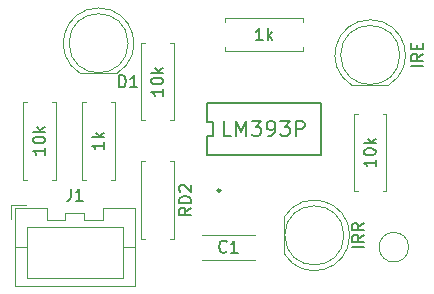
<source format=gbr>
%TF.GenerationSoftware,KiCad,Pcbnew,(6.0.8)*%
%TF.CreationDate,2022-11-29T14:55:50+01:00*%
%TF.ProjectId,l_g_d,6c5f675f-642e-46b6-9963-61645f706362,rev?*%
%TF.SameCoordinates,Original*%
%TF.FileFunction,Legend,Top*%
%TF.FilePolarity,Positive*%
%FSLAX46Y46*%
G04 Gerber Fmt 4.6, Leading zero omitted, Abs format (unit mm)*
G04 Created by KiCad (PCBNEW (6.0.8)) date 2022-11-29 14:55:50*
%MOMM*%
%LPD*%
G01*
G04 APERTURE LIST*
%ADD10C,0.150000*%
%ADD11C,0.120000*%
%ADD12C,0.250000*%
G04 APERTURE END LIST*
D10*
%TO.C,J1*%
X157666666Y-74052380D02*
X157666666Y-74766666D01*
X157619047Y-74909523D01*
X157523809Y-75004761D01*
X157380952Y-75052380D01*
X157285714Y-75052380D01*
X158666666Y-75052380D02*
X158095238Y-75052380D01*
X158380952Y-75052380D02*
X158380952Y-74052380D01*
X158285714Y-74195238D01*
X158190476Y-74290476D01*
X158095238Y-74338095D01*
%TO.C,D1*%
X161741310Y-65460995D02*
X161741310Y-64460995D01*
X161979406Y-64460995D01*
X162122263Y-64508615D01*
X162217501Y-64603853D01*
X162265120Y-64699091D01*
X162312739Y-64889567D01*
X162312739Y-65032424D01*
X162265120Y-65222900D01*
X162217501Y-65318138D01*
X162122263Y-65413376D01*
X161979406Y-65460995D01*
X161741310Y-65460995D01*
X163265120Y-65460995D02*
X162693691Y-65460995D01*
X162979406Y-65460995D02*
X162979406Y-64460995D01*
X162884167Y-64603853D01*
X162788929Y-64699091D01*
X162693691Y-64746710D01*
%TO.C,10k*%
X165452380Y-65595238D02*
X165452380Y-66166666D01*
X165452380Y-65880952D02*
X164452380Y-65880952D01*
X164595238Y-65976190D01*
X164690476Y-66071428D01*
X164738095Y-66166666D01*
X164452380Y-64976190D02*
X164452380Y-64880952D01*
X164500000Y-64785714D01*
X164547619Y-64738095D01*
X164642857Y-64690476D01*
X164833333Y-64642857D01*
X165071428Y-64642857D01*
X165261904Y-64690476D01*
X165357142Y-64738095D01*
X165404761Y-64785714D01*
X165452380Y-64880952D01*
X165452380Y-64976190D01*
X165404761Y-65071428D01*
X165357142Y-65119047D01*
X165261904Y-65166666D01*
X165071428Y-65214285D01*
X164833333Y-65214285D01*
X164642857Y-65166666D01*
X164547619Y-65119047D01*
X164500000Y-65071428D01*
X164452380Y-64976190D01*
X165452380Y-64214285D02*
X164452380Y-64214285D01*
X165071428Y-64119047D02*
X165452380Y-63833333D01*
X164785714Y-63833333D02*
X165166666Y-64214285D01*
%TO.C,IRE*%
X187452380Y-63682380D02*
X186452380Y-63682380D01*
X187452380Y-62634761D02*
X186976190Y-62968095D01*
X187452380Y-63206190D02*
X186452380Y-63206190D01*
X186452380Y-62825238D01*
X186500000Y-62730000D01*
X186547619Y-62682380D01*
X186642857Y-62634761D01*
X186785714Y-62634761D01*
X186880952Y-62682380D01*
X186928571Y-62730000D01*
X186976190Y-62825238D01*
X186976190Y-63206190D01*
X186928571Y-62206190D02*
X186928571Y-61872857D01*
X187452380Y-61730000D02*
X187452380Y-62206190D01*
X186452380Y-62206190D01*
X186452380Y-61730000D01*
%TO.C,10k*%
X183452380Y-71595238D02*
X183452380Y-72166666D01*
X183452380Y-71880952D02*
X182452380Y-71880952D01*
X182595238Y-71976190D01*
X182690476Y-72071428D01*
X182738095Y-72166666D01*
X182452380Y-70976190D02*
X182452380Y-70880952D01*
X182500000Y-70785714D01*
X182547619Y-70738095D01*
X182642857Y-70690476D01*
X182833333Y-70642857D01*
X183071428Y-70642857D01*
X183261904Y-70690476D01*
X183357142Y-70738095D01*
X183404761Y-70785714D01*
X183452380Y-70880952D01*
X183452380Y-70976190D01*
X183404761Y-71071428D01*
X183357142Y-71119047D01*
X183261904Y-71166666D01*
X183071428Y-71214285D01*
X182833333Y-71214285D01*
X182642857Y-71166666D01*
X182547619Y-71119047D01*
X182500000Y-71071428D01*
X182452380Y-70976190D01*
X183452380Y-70214285D02*
X182452380Y-70214285D01*
X183071428Y-70119047D02*
X183452380Y-69833333D01*
X182785714Y-69833333D02*
X183166666Y-70214285D01*
%TO.C,U1*%
X171218095Y-69574523D02*
X170613333Y-69574523D01*
X170613333Y-68304523D01*
X171641428Y-69574523D02*
X171641428Y-68304523D01*
X172064761Y-69211666D01*
X172488095Y-68304523D01*
X172488095Y-69574523D01*
X172971904Y-68304523D02*
X173758095Y-68304523D01*
X173334761Y-68788333D01*
X173516190Y-68788333D01*
X173637142Y-68848809D01*
X173697619Y-68909285D01*
X173758095Y-69030238D01*
X173758095Y-69332619D01*
X173697619Y-69453571D01*
X173637142Y-69514047D01*
X173516190Y-69574523D01*
X173153333Y-69574523D01*
X173032380Y-69514047D01*
X172971904Y-69453571D01*
X174362857Y-69574523D02*
X174604761Y-69574523D01*
X174725714Y-69514047D01*
X174786190Y-69453571D01*
X174907142Y-69272142D01*
X174967619Y-69030238D01*
X174967619Y-68546428D01*
X174907142Y-68425476D01*
X174846666Y-68365000D01*
X174725714Y-68304523D01*
X174483809Y-68304523D01*
X174362857Y-68365000D01*
X174302380Y-68425476D01*
X174241904Y-68546428D01*
X174241904Y-68848809D01*
X174302380Y-68969761D01*
X174362857Y-69030238D01*
X174483809Y-69090714D01*
X174725714Y-69090714D01*
X174846666Y-69030238D01*
X174907142Y-68969761D01*
X174967619Y-68848809D01*
X175390952Y-68304523D02*
X176177142Y-68304523D01*
X175753809Y-68788333D01*
X175935238Y-68788333D01*
X176056190Y-68848809D01*
X176116666Y-68909285D01*
X176177142Y-69030238D01*
X176177142Y-69332619D01*
X176116666Y-69453571D01*
X176056190Y-69514047D01*
X175935238Y-69574523D01*
X175572380Y-69574523D01*
X175451428Y-69514047D01*
X175390952Y-69453571D01*
X176721428Y-69574523D02*
X176721428Y-68304523D01*
X177205238Y-68304523D01*
X177326190Y-68365000D01*
X177386666Y-68425476D01*
X177447142Y-68546428D01*
X177447142Y-68727857D01*
X177386666Y-68848809D01*
X177326190Y-68909285D01*
X177205238Y-68969761D01*
X176721428Y-68969761D01*
%TO.C,C1*%
X170833333Y-79357142D02*
X170785714Y-79404761D01*
X170642857Y-79452380D01*
X170547619Y-79452380D01*
X170404761Y-79404761D01*
X170309523Y-79309523D01*
X170261904Y-79214285D01*
X170214285Y-79023809D01*
X170214285Y-78880952D01*
X170261904Y-78690476D01*
X170309523Y-78595238D01*
X170404761Y-78500000D01*
X170547619Y-78452380D01*
X170642857Y-78452380D01*
X170785714Y-78500000D01*
X170833333Y-78547619D01*
X171785714Y-79452380D02*
X171214285Y-79452380D01*
X171500000Y-79452380D02*
X171500000Y-78452380D01*
X171404761Y-78595238D01*
X171309523Y-78690476D01*
X171214285Y-78738095D01*
%TO.C,IRR*%
X182452380Y-79000462D02*
X181452380Y-79000462D01*
X182452380Y-77952842D02*
X181976190Y-78286176D01*
X182452380Y-78524271D02*
X181452380Y-78524271D01*
X181452380Y-78143319D01*
X181500000Y-78048081D01*
X181547619Y-78000462D01*
X181642857Y-77952842D01*
X181785714Y-77952842D01*
X181880952Y-78000462D01*
X181928571Y-78048081D01*
X181976190Y-78143319D01*
X181976190Y-78524271D01*
X182452380Y-76952842D02*
X181976190Y-77286176D01*
X182452380Y-77524271D02*
X181452380Y-77524271D01*
X181452380Y-77143319D01*
X181500000Y-77048081D01*
X181547619Y-77000462D01*
X181642857Y-76952842D01*
X181785714Y-76952842D01*
X181880952Y-77000462D01*
X181928571Y-77048081D01*
X181976190Y-77143319D01*
X181976190Y-77524271D01*
%TO.C,10k*%
X155452380Y-70595238D02*
X155452380Y-71166666D01*
X155452380Y-70880952D02*
X154452380Y-70880952D01*
X154595238Y-70976190D01*
X154690476Y-71071428D01*
X154738095Y-71166666D01*
X154452380Y-69976190D02*
X154452380Y-69880952D01*
X154500000Y-69785714D01*
X154547619Y-69738095D01*
X154642857Y-69690476D01*
X154833333Y-69642857D01*
X155071428Y-69642857D01*
X155261904Y-69690476D01*
X155357142Y-69738095D01*
X155404761Y-69785714D01*
X155452380Y-69880952D01*
X155452380Y-69976190D01*
X155404761Y-70071428D01*
X155357142Y-70119047D01*
X155261904Y-70166666D01*
X155071428Y-70214285D01*
X154833333Y-70214285D01*
X154642857Y-70166666D01*
X154547619Y-70119047D01*
X154500000Y-70071428D01*
X154452380Y-69976190D01*
X155452380Y-69214285D02*
X154452380Y-69214285D01*
X155071428Y-69119047D02*
X155452380Y-68833333D01*
X154785714Y-68833333D02*
X155166666Y-69214285D01*
%TO.C,1k*%
X173880952Y-61452380D02*
X173309523Y-61452380D01*
X173595238Y-61452380D02*
X173595238Y-60452380D01*
X173500000Y-60595238D01*
X173404761Y-60690476D01*
X173309523Y-60738095D01*
X174309523Y-61452380D02*
X174309523Y-60452380D01*
X174404761Y-61071428D02*
X174690476Y-61452380D01*
X174690476Y-60785714D02*
X174309523Y-61166666D01*
X160452380Y-70119047D02*
X160452380Y-70690476D01*
X160452380Y-70404761D02*
X159452380Y-70404761D01*
X159595238Y-70500000D01*
X159690476Y-70595238D01*
X159738095Y-70690476D01*
X160452380Y-69690476D02*
X159452380Y-69690476D01*
X160071428Y-69595238D02*
X160452380Y-69309523D01*
X159785714Y-69309523D02*
X160166666Y-69690476D01*
%TO.C,RD2*%
X167822380Y-75666666D02*
X167346190Y-76000000D01*
X167822380Y-76238095D02*
X166822380Y-76238095D01*
X166822380Y-75857142D01*
X166870000Y-75761904D01*
X166917619Y-75714285D01*
X167012857Y-75666666D01*
X167155714Y-75666666D01*
X167250952Y-75714285D01*
X167298571Y-75761904D01*
X167346190Y-75857142D01*
X167346190Y-76238095D01*
X167822380Y-75238095D02*
X166822380Y-75238095D01*
X166822380Y-75000000D01*
X166870000Y-74857142D01*
X166965238Y-74761904D01*
X167060476Y-74714285D01*
X167250952Y-74666666D01*
X167393809Y-74666666D01*
X167584285Y-74714285D01*
X167679523Y-74761904D01*
X167774761Y-74857142D01*
X167822380Y-75000000D01*
X167822380Y-75238095D01*
X166917619Y-74285714D02*
X166870000Y-74238095D01*
X166822380Y-74142857D01*
X166822380Y-73904761D01*
X166870000Y-73809523D01*
X166917619Y-73761904D01*
X167012857Y-73714285D01*
X167108095Y-73714285D01*
X167250952Y-73761904D01*
X167822380Y-74333333D01*
X167822380Y-73714285D01*
D11*
%TO.C,J1*%
X152890000Y-82310000D02*
X163110000Y-82310000D01*
X152890000Y-75690000D02*
X152890000Y-82310000D01*
X157200000Y-76690000D02*
X155600000Y-76690000D01*
X163110000Y-75690000D02*
X160400000Y-75690000D01*
X160400000Y-76690000D02*
X158800000Y-76690000D01*
X163110000Y-79000000D02*
X162100000Y-79000000D01*
X155600000Y-75690000D02*
X152890000Y-75690000D01*
X162100000Y-77300000D02*
X153900000Y-77300000D01*
X160400000Y-75690000D02*
X160400000Y-76690000D01*
X153840000Y-75390000D02*
X152590000Y-75390000D01*
X158800000Y-76090000D02*
X157200000Y-76090000D01*
X155600000Y-76690000D02*
X155600000Y-75690000D01*
X158800000Y-76690000D02*
X158800000Y-76090000D01*
X162100000Y-81600000D02*
X162100000Y-77300000D01*
X152590000Y-75390000D02*
X152590000Y-76640000D01*
X163110000Y-82310000D02*
X163110000Y-75690000D01*
X152890000Y-79000000D02*
X153900000Y-79000000D01*
X153900000Y-77300000D02*
X153900000Y-81600000D01*
X153900000Y-81600000D02*
X162100000Y-81600000D01*
X157200000Y-76090000D02*
X157200000Y-76690000D01*
%TO.C,D1*%
X158455000Y-64290000D02*
X161545000Y-64290000D01*
X160000462Y-58740000D02*
G75*
G03*
X158455170Y-64290000I-462J-2990000D01*
G01*
X161544830Y-64290000D02*
G75*
G03*
X159999538Y-58740000I-1544830J2560000D01*
G01*
X162500000Y-61730000D02*
G75*
G03*
X162500000Y-61730000I-2500000J0D01*
G01*
%TO.C,10k*%
X166370000Y-68270000D02*
X166040000Y-68270000D01*
X166040000Y-61730000D02*
X166370000Y-61730000D01*
X163630000Y-68270000D02*
X163960000Y-68270000D01*
X163630000Y-61730000D02*
X163630000Y-68270000D01*
X163960000Y-61730000D02*
X163630000Y-61730000D01*
X166370000Y-61730000D02*
X166370000Y-68270000D01*
%TO.C,IRE*%
X181455000Y-65290000D02*
X184545000Y-65290000D01*
X184544830Y-65290000D02*
G75*
G03*
X182999538Y-59740000I-1544830J2560000D01*
G01*
X183000462Y-59740000D02*
G75*
G03*
X181455170Y-65290000I-462J-2990000D01*
G01*
X185500000Y-62730000D02*
G75*
G03*
X185500000Y-62730000I-2500000J0D01*
G01*
%TO.C,10k*%
X181960000Y-67730000D02*
X181630000Y-67730000D01*
X181630000Y-74270000D02*
X181960000Y-74270000D01*
X184040000Y-67730000D02*
X184370000Y-67730000D01*
X181630000Y-67730000D02*
X181630000Y-74270000D01*
X184370000Y-74270000D02*
X184040000Y-74270000D01*
X184370000Y-67730000D02*
X184370000Y-74270000D01*
D10*
%TO.C,U1*%
X169205000Y-71175000D02*
X178795000Y-71175000D01*
X169205000Y-66825000D02*
X169205000Y-68378572D01*
X178795000Y-71175000D02*
X178795000Y-66825000D01*
X169205000Y-68378572D02*
X169705000Y-68378572D01*
X169205000Y-69621428D02*
X169205000Y-71175000D01*
X169705000Y-68378572D02*
X169705000Y-69621428D01*
X178795000Y-66825000D02*
X169205000Y-66825000D01*
X169705000Y-69621428D02*
X169205000Y-69621428D01*
D12*
X170315000Y-74195000D02*
G75*
G03*
X170315000Y-74195000I-125000J0D01*
G01*
D11*
%TO.C,C1*%
X168730000Y-80070000D02*
X173270000Y-80070000D01*
X168730000Y-80055000D02*
X168730000Y-80070000D01*
X173270000Y-80055000D02*
X173270000Y-80070000D01*
X168730000Y-77930000D02*
X168730000Y-77945000D01*
X168730000Y-77930000D02*
X173270000Y-77930000D01*
X173270000Y-77930000D02*
X173270000Y-77945000D01*
%TO.C,REF\u002A\u002A*%
X186251000Y-79000000D02*
G75*
G03*
X186251000Y-79000000I-1251000J0D01*
G01*
%TO.C,IRR*%
X175710000Y-76455000D02*
X175710000Y-79545000D01*
X175710000Y-79544830D02*
G75*
G03*
X181260000Y-77999538I2560000J1544830D01*
G01*
X181260000Y-78000462D02*
G75*
G03*
X175710000Y-76455170I-2990000J462D01*
G01*
X180770000Y-78000000D02*
G75*
G03*
X180770000Y-78000000I-2500000J0D01*
G01*
%TO.C,10k*%
X153630000Y-66730000D02*
X153960000Y-66730000D01*
X156370000Y-73270000D02*
X156370000Y-66730000D01*
X153630000Y-73270000D02*
X153630000Y-66730000D01*
X156040000Y-73270000D02*
X156370000Y-73270000D01*
X156370000Y-66730000D02*
X156040000Y-66730000D01*
X153960000Y-73270000D02*
X153630000Y-73270000D01*
%TO.C,1k*%
X170730000Y-62370000D02*
X177270000Y-62370000D01*
X170730000Y-62040000D02*
X170730000Y-62370000D01*
X177270000Y-59630000D02*
X177270000Y-59960000D01*
X177270000Y-62370000D02*
X177270000Y-62040000D01*
X170730000Y-59960000D02*
X170730000Y-59630000D01*
X170730000Y-59630000D02*
X177270000Y-59630000D01*
X161040000Y-73270000D02*
X161370000Y-73270000D01*
X158960000Y-73270000D02*
X158630000Y-73270000D01*
X158630000Y-66730000D02*
X158960000Y-66730000D01*
X158630000Y-73270000D02*
X158630000Y-66730000D01*
X161370000Y-73270000D02*
X161370000Y-66730000D01*
X161370000Y-66730000D02*
X161040000Y-66730000D01*
%TO.C,RD2*%
X166040000Y-71730000D02*
X166370000Y-71730000D01*
X163630000Y-78270000D02*
X163960000Y-78270000D01*
X166370000Y-71730000D02*
X166370000Y-78270000D01*
X163630000Y-71730000D02*
X163630000Y-78270000D01*
X166370000Y-78270000D02*
X166040000Y-78270000D01*
X163960000Y-71730000D02*
X163630000Y-71730000D01*
%TD*%
M02*

</source>
